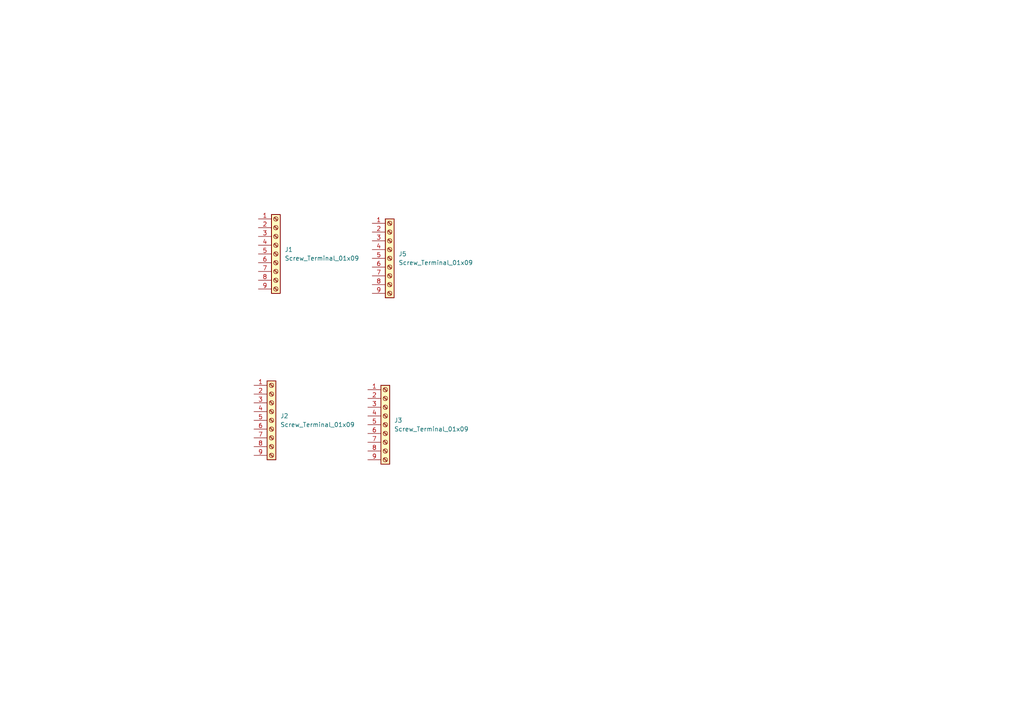
<source format=kicad_sch>
(kicad_sch
	(version 20250114)
	(generator "eeschema")
	(generator_version "9.0")
	(uuid "8a1e729a-3ab6-4bef-8663-784b478a9859")
	(paper "A4")
	(lib_symbols
		(symbol "Connector:Screw_Terminal_01x09"
			(pin_names
				(offset 1.016)
				(hide yes)
			)
			(exclude_from_sim no)
			(in_bom yes)
			(on_board yes)
			(property "Reference" "J"
				(at 0 12.7 0)
				(effects
					(font
						(size 1.27 1.27)
					)
				)
			)
			(property "Value" "Screw_Terminal_01x09"
				(at 0 -12.7 0)
				(effects
					(font
						(size 1.27 1.27)
					)
				)
			)
			(property "Footprint" ""
				(at 0 0 0)
				(effects
					(font
						(size 1.27 1.27)
					)
					(hide yes)
				)
			)
			(property "Datasheet" "~"
				(at 0 0 0)
				(effects
					(font
						(size 1.27 1.27)
					)
					(hide yes)
				)
			)
			(property "Description" "Generic screw terminal, single row, 01x09, script generated (kicad-library-utils/schlib/autogen/connector/)"
				(at 0 0 0)
				(effects
					(font
						(size 1.27 1.27)
					)
					(hide yes)
				)
			)
			(property "ki_keywords" "screw terminal"
				(at 0 0 0)
				(effects
					(font
						(size 1.27 1.27)
					)
					(hide yes)
				)
			)
			(property "ki_fp_filters" "TerminalBlock*:*"
				(at 0 0 0)
				(effects
					(font
						(size 1.27 1.27)
					)
					(hide yes)
				)
			)
			(symbol "Screw_Terminal_01x09_1_1"
				(rectangle
					(start -1.27 11.43)
					(end 1.27 -11.43)
					(stroke
						(width 0.254)
						(type default)
					)
					(fill
						(type background)
					)
				)
				(polyline
					(pts
						(xy -0.5334 10.4902) (xy 0.3302 9.652)
					)
					(stroke
						(width 0.1524)
						(type default)
					)
					(fill
						(type none)
					)
				)
				(polyline
					(pts
						(xy -0.5334 7.9502) (xy 0.3302 7.112)
					)
					(stroke
						(width 0.1524)
						(type default)
					)
					(fill
						(type none)
					)
				)
				(polyline
					(pts
						(xy -0.5334 5.4102) (xy 0.3302 4.572)
					)
					(stroke
						(width 0.1524)
						(type default)
					)
					(fill
						(type none)
					)
				)
				(polyline
					(pts
						(xy -0.5334 2.8702) (xy 0.3302 2.032)
					)
					(stroke
						(width 0.1524)
						(type default)
					)
					(fill
						(type none)
					)
				)
				(polyline
					(pts
						(xy -0.5334 0.3302) (xy 0.3302 -0.508)
					)
					(stroke
						(width 0.1524)
						(type default)
					)
					(fill
						(type none)
					)
				)
				(polyline
					(pts
						(xy -0.5334 -2.2098) (xy 0.3302 -3.048)
					)
					(stroke
						(width 0.1524)
						(type default)
					)
					(fill
						(type none)
					)
				)
				(polyline
					(pts
						(xy -0.5334 -4.7498) (xy 0.3302 -5.588)
					)
					(stroke
						(width 0.1524)
						(type default)
					)
					(fill
						(type none)
					)
				)
				(polyline
					(pts
						(xy -0.5334 -7.2898) (xy 0.3302 -8.128)
					)
					(stroke
						(width 0.1524)
						(type default)
					)
					(fill
						(type none)
					)
				)
				(polyline
					(pts
						(xy -0.5334 -9.8298) (xy 0.3302 -10.668)
					)
					(stroke
						(width 0.1524)
						(type default)
					)
					(fill
						(type none)
					)
				)
				(polyline
					(pts
						(xy -0.3556 10.668) (xy 0.508 9.8298)
					)
					(stroke
						(width 0.1524)
						(type default)
					)
					(fill
						(type none)
					)
				)
				(polyline
					(pts
						(xy -0.3556 8.128) (xy 0.508 7.2898)
					)
					(stroke
						(width 0.1524)
						(type default)
					)
					(fill
						(type none)
					)
				)
				(polyline
					(pts
						(xy -0.3556 5.588) (xy 0.508 4.7498)
					)
					(stroke
						(width 0.1524)
						(type default)
					)
					(fill
						(type none)
					)
				)
				(polyline
					(pts
						(xy -0.3556 3.048) (xy 0.508 2.2098)
					)
					(stroke
						(width 0.1524)
						(type default)
					)
					(fill
						(type none)
					)
				)
				(polyline
					(pts
						(xy -0.3556 0.508) (xy 0.508 -0.3302)
					)
					(stroke
						(width 0.1524)
						(type default)
					)
					(fill
						(type none)
					)
				)
				(polyline
					(pts
						(xy -0.3556 -2.032) (xy 0.508 -2.8702)
					)
					(stroke
						(width 0.1524)
						(type default)
					)
					(fill
						(type none)
					)
				)
				(polyline
					(pts
						(xy -0.3556 -4.572) (xy 0.508 -5.4102)
					)
					(stroke
						(width 0.1524)
						(type default)
					)
					(fill
						(type none)
					)
				)
				(polyline
					(pts
						(xy -0.3556 -7.112) (xy 0.508 -7.9502)
					)
					(stroke
						(width 0.1524)
						(type default)
					)
					(fill
						(type none)
					)
				)
				(polyline
					(pts
						(xy -0.3556 -9.652) (xy 0.508 -10.4902)
					)
					(stroke
						(width 0.1524)
						(type default)
					)
					(fill
						(type none)
					)
				)
				(circle
					(center 0 10.16)
					(radius 0.635)
					(stroke
						(width 0.1524)
						(type default)
					)
					(fill
						(type none)
					)
				)
				(circle
					(center 0 7.62)
					(radius 0.635)
					(stroke
						(width 0.1524)
						(type default)
					)
					(fill
						(type none)
					)
				)
				(circle
					(center 0 5.08)
					(radius 0.635)
					(stroke
						(width 0.1524)
						(type default)
					)
					(fill
						(type none)
					)
				)
				(circle
					(center 0 2.54)
					(radius 0.635)
					(stroke
						(width 0.1524)
						(type default)
					)
					(fill
						(type none)
					)
				)
				(circle
					(center 0 0)
					(radius 0.635)
					(stroke
						(width 0.1524)
						(type default)
					)
					(fill
						(type none)
					)
				)
				(circle
					(center 0 -2.54)
					(radius 0.635)
					(stroke
						(width 0.1524)
						(type default)
					)
					(fill
						(type none)
					)
				)
				(circle
					(center 0 -5.08)
					(radius 0.635)
					(stroke
						(width 0.1524)
						(type default)
					)
					(fill
						(type none)
					)
				)
				(circle
					(center 0 -7.62)
					(radius 0.635)
					(stroke
						(width 0.1524)
						(type default)
					)
					(fill
						(type none)
					)
				)
				(circle
					(center 0 -10.16)
					(radius 0.635)
					(stroke
						(width 0.1524)
						(type default)
					)
					(fill
						(type none)
					)
				)
				(pin passive line
					(at -5.08 10.16 0)
					(length 3.81)
					(name "Pin_1"
						(effects
							(font
								(size 1.27 1.27)
							)
						)
					)
					(number "1"
						(effects
							(font
								(size 1.27 1.27)
							)
						)
					)
				)
				(pin passive line
					(at -5.08 7.62 0)
					(length 3.81)
					(name "Pin_2"
						(effects
							(font
								(size 1.27 1.27)
							)
						)
					)
					(number "2"
						(effects
							(font
								(size 1.27 1.27)
							)
						)
					)
				)
				(pin passive line
					(at -5.08 5.08 0)
					(length 3.81)
					(name "Pin_3"
						(effects
							(font
								(size 1.27 1.27)
							)
						)
					)
					(number "3"
						(effects
							(font
								(size 1.27 1.27)
							)
						)
					)
				)
				(pin passive line
					(at -5.08 2.54 0)
					(length 3.81)
					(name "Pin_4"
						(effects
							(font
								(size 1.27 1.27)
							)
						)
					)
					(number "4"
						(effects
							(font
								(size 1.27 1.27)
							)
						)
					)
				)
				(pin passive line
					(at -5.08 0 0)
					(length 3.81)
					(name "Pin_5"
						(effects
							(font
								(size 1.27 1.27)
							)
						)
					)
					(number "5"
						(effects
							(font
								(size 1.27 1.27)
							)
						)
					)
				)
				(pin passive line
					(at -5.08 -2.54 0)
					(length 3.81)
					(name "Pin_6"
						(effects
							(font
								(size 1.27 1.27)
							)
						)
					)
					(number "6"
						(effects
							(font
								(size 1.27 1.27)
							)
						)
					)
				)
				(pin passive line
					(at -5.08 -5.08 0)
					(length 3.81)
					(name "Pin_7"
						(effects
							(font
								(size 1.27 1.27)
							)
						)
					)
					(number "7"
						(effects
							(font
								(size 1.27 1.27)
							)
						)
					)
				)
				(pin passive line
					(at -5.08 -7.62 0)
					(length 3.81)
					(name "Pin_8"
						(effects
							(font
								(size 1.27 1.27)
							)
						)
					)
					(number "8"
						(effects
							(font
								(size 1.27 1.27)
							)
						)
					)
				)
				(pin passive line
					(at -5.08 -10.16 0)
					(length 3.81)
					(name "Pin_9"
						(effects
							(font
								(size 1.27 1.27)
							)
						)
					)
					(number "9"
						(effects
							(font
								(size 1.27 1.27)
							)
						)
					)
				)
			)
			(embedded_fonts no)
		)
	)
	(symbol
		(lib_id "Connector:Screw_Terminal_01x09")
		(at 111.76 123.19 0)
		(unit 1)
		(exclude_from_sim no)
		(in_bom yes)
		(on_board yes)
		(dnp no)
		(fields_autoplaced yes)
		(uuid "275254f8-fdcf-466b-a1d1-acb06f59cd29")
		(property "Reference" "J3"
			(at 114.3 121.9199 0)
			(effects
				(font
					(size 1.27 1.27)
				)
				(justify left)
			)
		)
		(property "Value" "Screw_Terminal_01x09"
			(at 114.3 124.4599 0)
			(effects
				(font
					(size 1.27 1.27)
				)
				(justify left)
			)
		)
		(property "Footprint" "TerminalBlock_Phoenix:TerminalBlock_Phoenix_PT-1,5-9-5.0-H_1x09_P5.00mm_Horizontal"
			(at 111.76 123.19 0)
			(effects
				(font
					(size 1.27 1.27)
				)
				(hide yes)
			)
		)
		(property "Datasheet" "~"
			(at 111.76 123.19 0)
			(effects
				(font
					(size 1.27 1.27)
				)
				(hide yes)
			)
		)
		(property "Description" "Generic screw terminal, single row, 01x09, script generated (kicad-library-utils/schlib/autogen/connector/)"
			(at 111.76 123.19 0)
			(effects
				(font
					(size 1.27 1.27)
				)
				(hide yes)
			)
		)
		(pin "8"
			(uuid "b90e9b81-89d8-4a86-b5fb-70e7eb787560")
		)
		(pin "4"
			(uuid "8a8074af-e198-4bea-8f00-a18b4fb7e13c")
		)
		(pin "9"
			(uuid "57382071-de08-44f9-a6b1-9bff66921e26")
		)
		(pin "2"
			(uuid "f7e97024-474e-4d0e-a293-4614e379dbba")
		)
		(pin "6"
			(uuid "7e2606c2-d428-4c2c-a10c-e1eeb7ad0ecb")
		)
		(pin "7"
			(uuid "aae48c45-bd4f-45f6-a839-006da49a23bc")
		)
		(pin "3"
			(uuid "0ccfa2a9-bfb9-4a3a-9ca8-d9ef5b5cc045")
		)
		(pin "5"
			(uuid "e501524c-a9b4-4773-bd18-1518a689ede3")
		)
		(pin "1"
			(uuid "f310ddf2-a294-48ad-90df-10e471d97031")
		)
		(instances
			(project "Modelo 1"
				(path "/8a1e729a-3ab6-4bef-8663-784b478a9859"
					(reference "J3")
					(unit 1)
				)
			)
		)
	)
	(symbol
		(lib_id "Connector:Screw_Terminal_01x09")
		(at 113.03 74.93 0)
		(unit 1)
		(exclude_from_sim no)
		(in_bom yes)
		(on_board yes)
		(dnp no)
		(fields_autoplaced yes)
		(uuid "2c47f365-41f7-4673-a331-580da8855842")
		(property "Reference" "J5"
			(at 115.57 73.6599 0)
			(effects
				(font
					(size 1.27 1.27)
				)
				(justify left)
			)
		)
		(property "Value" "Screw_Terminal_01x09"
			(at 115.57 76.1999 0)
			(effects
				(font
					(size 1.27 1.27)
				)
				(justify left)
			)
		)
		(property "Footprint" "TerminalBlock_Phoenix:TerminalBlock_Phoenix_PT-1,5-9-5.0-H_1x09_P5.00mm_Horizontal"
			(at 113.03 74.93 0)
			(effects
				(font
					(size 1.27 1.27)
				)
				(hide yes)
			)
		)
		(property "Datasheet" "~"
			(at 113.03 74.93 0)
			(effects
				(font
					(size 1.27 1.27)
				)
				(hide yes)
			)
		)
		(property "Description" "Generic screw terminal, single row, 01x09, script generated (kicad-library-utils/schlib/autogen/connector/)"
			(at 113.03 74.93 0)
			(effects
				(font
					(size 1.27 1.27)
				)
				(hide yes)
			)
		)
		(pin "8"
			(uuid "bd678669-b101-43ab-a70f-a7959e5f4ecc")
		)
		(pin "4"
			(uuid "866ffb54-3466-4be7-9212-7f8a46a6913c")
		)
		(pin "9"
			(uuid "c0a8986f-490c-4c86-b899-aae369670282")
		)
		(pin "2"
			(uuid "bfa4382c-bb35-4c2c-ad41-2a3229a17450")
		)
		(pin "6"
			(uuid "64fa02bc-5ed4-4bfd-8796-75ee4df340eb")
		)
		(pin "7"
			(uuid "fe17b6aa-2fcf-47cf-874a-9016ed754ffa")
		)
		(pin "3"
			(uuid "1b579919-d2cc-4cf6-a749-5b77fee88353")
		)
		(pin "5"
			(uuid "4b8873ed-0c74-469f-a565-f326286db0ba")
		)
		(pin "1"
			(uuid "afc6ca6f-4661-46c0-922e-9f068e86e7f1")
		)
		(instances
			(project ""
				(path "/8a1e729a-3ab6-4bef-8663-784b478a9859"
					(reference "J5")
					(unit 1)
				)
			)
		)
	)
	(symbol
		(lib_id "Connector:Screw_Terminal_01x09")
		(at 80.01 73.66 0)
		(unit 1)
		(exclude_from_sim no)
		(in_bom yes)
		(on_board yes)
		(dnp no)
		(fields_autoplaced yes)
		(uuid "c68d745f-2edf-47d8-aac5-693153710ca4")
		(property "Reference" "J1"
			(at 82.55 72.3899 0)
			(effects
				(font
					(size 1.27 1.27)
				)
				(justify left)
			)
		)
		(property "Value" "Screw_Terminal_01x09"
			(at 82.55 74.9299 0)
			(effects
				(font
					(size 1.27 1.27)
				)
				(justify left)
			)
		)
		(property "Footprint" "TerminalBlock_Phoenix:TerminalBlock_Phoenix_PT-1,5-9-5.0-H_1x09_P5.00mm_Horizontal"
			(at 80.01 73.66 0)
			(effects
				(font
					(size 1.27 1.27)
				)
				(hide yes)
			)
		)
		(property "Datasheet" "~"
			(at 80.01 73.66 0)
			(effects
				(font
					(size 1.27 1.27)
				)
				(hide yes)
			)
		)
		(property "Description" "Generic screw terminal, single row, 01x09, script generated (kicad-library-utils/schlib/autogen/connector/)"
			(at 80.01 73.66 0)
			(effects
				(font
					(size 1.27 1.27)
				)
				(hide yes)
			)
		)
		(pin "8"
			(uuid "43c6b3b1-3289-4f4a-ac67-29e8c154e931")
		)
		(pin "4"
			(uuid "1a9ee5c1-5fba-40b6-acec-b7c0389d8007")
		)
		(pin "9"
			(uuid "14be8b9f-ed35-4e00-8af1-f77dbf3772f1")
		)
		(pin "2"
			(uuid "778411b9-3995-470b-bebe-26e275c1ba3a")
		)
		(pin "6"
			(uuid "36fcd9cf-5eeb-4327-a3ea-9db3c75e3df1")
		)
		(pin "7"
			(uuid "fe5dd298-33ca-4c14-a197-4a8677b43eb3")
		)
		(pin "3"
			(uuid "be05fee2-3db6-482d-99bf-8e54e87aaa0a")
		)
		(pin "5"
			(uuid "fa56b29b-0ec9-406d-a0ba-a1df03219370")
		)
		(pin "1"
			(uuid "63555144-ed31-4044-90ae-9e5d4626f881")
		)
		(instances
			(project "Modelo 1"
				(path "/8a1e729a-3ab6-4bef-8663-784b478a9859"
					(reference "J1")
					(unit 1)
				)
			)
		)
	)
	(symbol
		(lib_id "Connector:Screw_Terminal_01x09")
		(at 78.74 121.92 0)
		(unit 1)
		(exclude_from_sim no)
		(in_bom yes)
		(on_board yes)
		(dnp no)
		(fields_autoplaced yes)
		(uuid "fd4e4bb2-b141-41aa-9b11-41bc11ed693a")
		(property "Reference" "J2"
			(at 81.28 120.6499 0)
			(effects
				(font
					(size 1.27 1.27)
				)
				(justify left)
			)
		)
		(property "Value" "Screw_Terminal_01x09"
			(at 81.28 123.1899 0)
			(effects
				(font
					(size 1.27 1.27)
				)
				(justify left)
			)
		)
		(property "Footprint" "TerminalBlock_Phoenix:TerminalBlock_Phoenix_PT-1,5-9-5.0-H_1x09_P5.00mm_Horizontal"
			(at 78.74 121.92 0)
			(effects
				(font
					(size 1.27 1.27)
				)
				(hide yes)
			)
		)
		(property "Datasheet" "~"
			(at 78.74 121.92 0)
			(effects
				(font
					(size 1.27 1.27)
				)
				(hide yes)
			)
		)
		(property "Description" "Generic screw terminal, single row, 01x09, script generated (kicad-library-utils/schlib/autogen/connector/)"
			(at 78.74 121.92 0)
			(effects
				(font
					(size 1.27 1.27)
				)
				(hide yes)
			)
		)
		(pin "8"
			(uuid "d789f3ec-d276-46ce-afe1-ce1bbcd4cc82")
		)
		(pin "4"
			(uuid "bbecc06f-0086-4029-bc49-65390263f9c9")
		)
		(pin "9"
			(uuid "3eafb98f-4870-4882-ab07-07e5747faded")
		)
		(pin "2"
			(uuid "83d15351-15cf-4009-89f1-025b5a73644c")
		)
		(pin "6"
			(uuid "64ccd82d-8af0-49a3-aa8c-bad72a7fb8a4")
		)
		(pin "7"
			(uuid "c5064fb9-6633-47f0-9363-433128d189ea")
		)
		(pin "3"
			(uuid "0078a335-5060-4289-8650-225c224a556c")
		)
		(pin "5"
			(uuid "c98eddba-1799-46f2-a8ef-43ea6fdd9215")
		)
		(pin "1"
			(uuid "05d0e3be-ee98-4ebe-a71e-bf4c90c43499")
		)
		(instances
			(project "Modelo 1"
				(path "/8a1e729a-3ab6-4bef-8663-784b478a9859"
					(reference "J2")
					(unit 1)
				)
			)
		)
	)
	(sheet_instances
		(path "/"
			(page "1")
		)
	)
	(embedded_fonts no)
)

</source>
